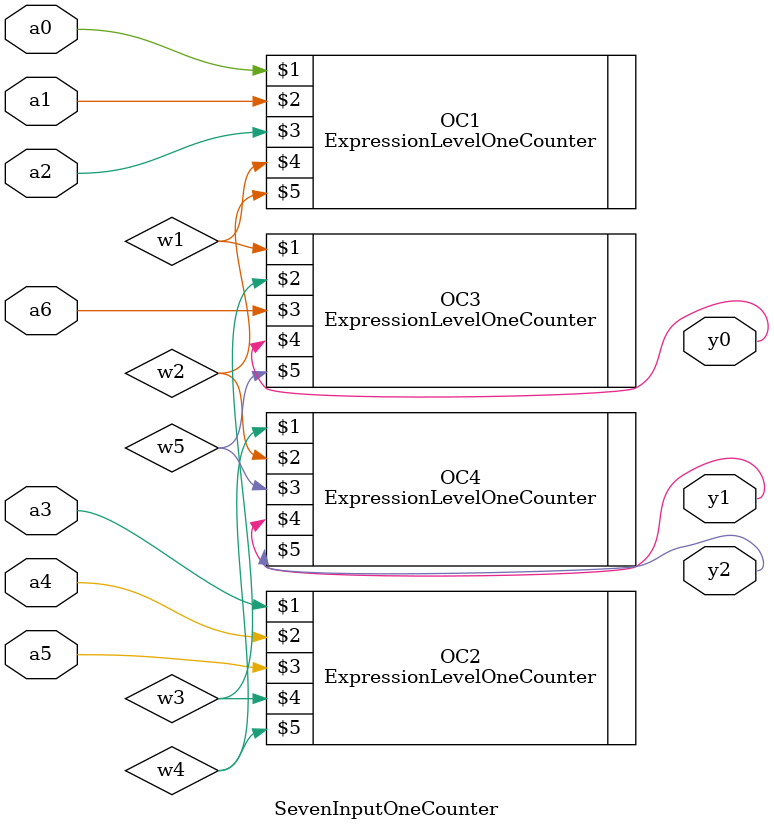
<source format=v>
`timescale 1ns/1ns
module SevenInputOneCounter(input a0, a1, a2, a3, a4, a5, a6, output y0, y1, y2);
	wire w1, w2, w3, w4, w5, w6, w7;

	ExpressionLevelOneCounter OC1(a0, a1, a2, w1, w2);
	ExpressionLevelOneCounter OC2(a3, a4, a5, w3, w4);
	ExpressionLevelOneCounter OC3(w1, w3, a6, y0, w5);
	ExpressionLevelOneCounter OC4(w4, w2, w5, y1, y2);
endmodule
</source>
